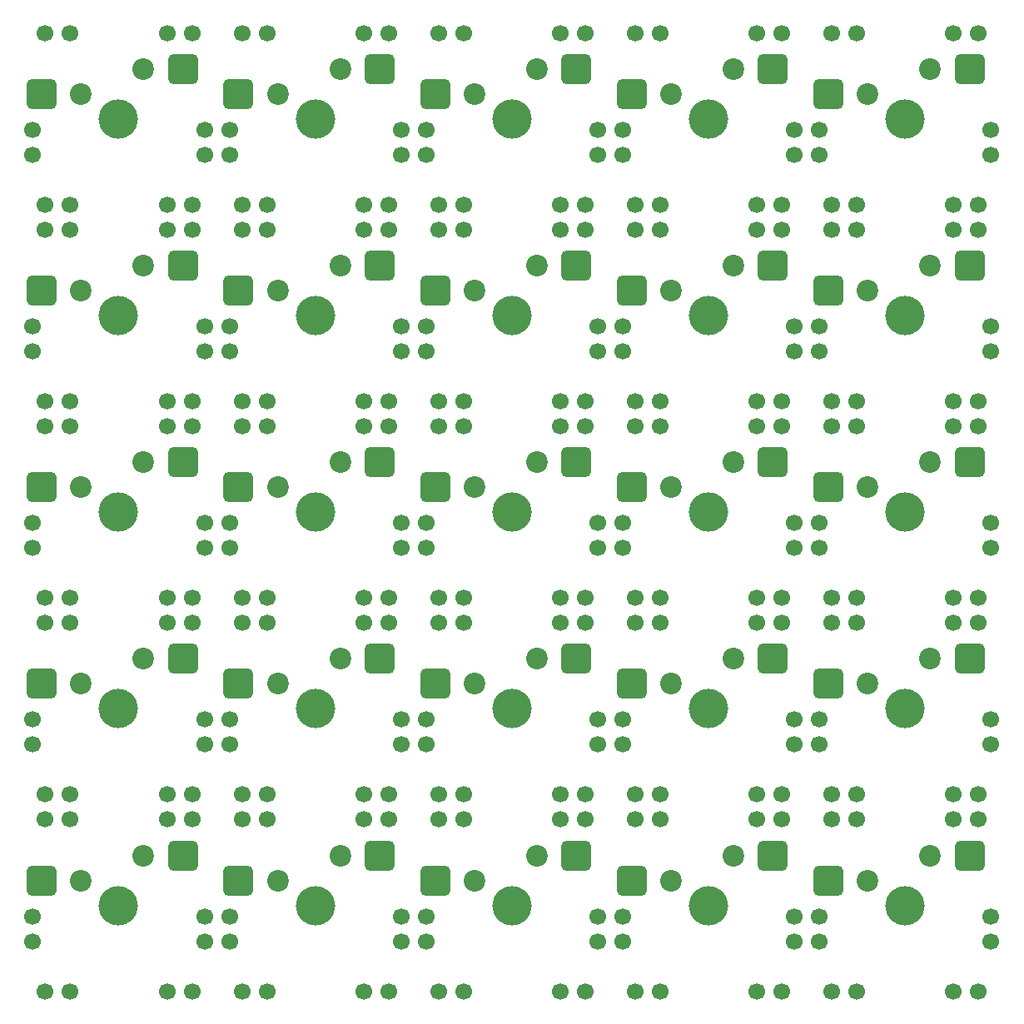
<source format=gbr>
%TF.GenerationSoftware,KiCad,Pcbnew,9.0.0*%
%TF.CreationDate,2025-05-01T22:13:03+08:00*%
%TF.ProjectId,kbd5x5,6b626435-7835-42e6-9b69-6361645f7063,rev?*%
%TF.SameCoordinates,Original*%
%TF.FileFunction,Soldermask,Bot*%
%TF.FilePolarity,Negative*%
%FSLAX46Y46*%
G04 Gerber Fmt 4.6, Leading zero omitted, Abs format (unit mm)*
G04 Created by KiCad (PCBNEW 9.0.0) date 2025-05-01 22:13:03*
%MOMM*%
%LPD*%
G01*
G04 APERTURE LIST*
G04 Aperture macros list*
%AMRoundRect*
0 Rectangle with rounded corners*
0 $1 Rounding radius*
0 $2 $3 $4 $5 $6 $7 $8 $9 X,Y pos of 4 corners*
0 Add a 4 corners polygon primitive as box body*
4,1,4,$2,$3,$4,$5,$6,$7,$8,$9,$2,$3,0*
0 Add four circle primitives for the rounded corners*
1,1,$1+$1,$2,$3*
1,1,$1+$1,$4,$5*
1,1,$1+$1,$6,$7*
1,1,$1+$1,$8,$9*
0 Add four rect primitives between the rounded corners*
20,1,$1+$1,$2,$3,$4,$5,0*
20,1,$1+$1,$4,$5,$6,$7,0*
20,1,$1+$1,$6,$7,$8,$9,0*
20,1,$1+$1,$8,$9,$2,$3,0*%
G04 Aperture macros list end*
%ADD10C,4.000000*%
%ADD11C,1.700000*%
%ADD12RoundRect,0.450000X-1.050000X-1.050000X1.050000X-1.050000X1.050000X1.050000X-1.050000X1.050000X0*%
%ADD13C,2.200000*%
G04 APERTURE END LIST*
D10*
%TO.C,SW1*%
X40000000Y-40000000D03*
D11*
X31270000Y-41110000D03*
D12*
X32190000Y-37460000D03*
D13*
X36190000Y-37460000D03*
D11*
X48730000Y-41110000D03*
D13*
X42540000Y-34920000D03*
D12*
X46540000Y-34920000D03*
D11*
X47460000Y-31270000D03*
X47460000Y-48730000D03*
X31270000Y-43650000D03*
X48730000Y-43650000D03*
X35080000Y-31270000D03*
X35080000Y-48730000D03*
X44920000Y-31270000D03*
X44920000Y-48730000D03*
X32540000Y-31270000D03*
X32540000Y-48730000D03*
%TD*%
D10*
%TO.C,SW22*%
X120000000Y-60000000D03*
D11*
X111270000Y-61110000D03*
D12*
X112190000Y-57460000D03*
D13*
X116190000Y-57460000D03*
D11*
X128730000Y-61110000D03*
D13*
X122540000Y-54920000D03*
D12*
X126540000Y-54920000D03*
D11*
X127460000Y-51270000D03*
X127460000Y-68730000D03*
X111270000Y-63650000D03*
X128730000Y-63650000D03*
X115080000Y-51270000D03*
X115080000Y-68730000D03*
X124920000Y-51270000D03*
X124920000Y-68730000D03*
X112540000Y-51270000D03*
X112540000Y-68730000D03*
%TD*%
D10*
%TO.C,SW17*%
X100000000Y-60000000D03*
D11*
X91270000Y-61110000D03*
D12*
X92190000Y-57460000D03*
D13*
X96190000Y-57460000D03*
D11*
X108730000Y-61110000D03*
D13*
X102540000Y-54920000D03*
D12*
X106540000Y-54920000D03*
D11*
X107460000Y-51270000D03*
X107460000Y-68730000D03*
X91270000Y-63650000D03*
X108730000Y-63650000D03*
X95080000Y-51270000D03*
X95080000Y-68730000D03*
X104920000Y-51270000D03*
X104920000Y-68730000D03*
X92540000Y-51270000D03*
X92540000Y-68730000D03*
%TD*%
D10*
%TO.C,SW18*%
X100000000Y-80000000D03*
D11*
X91270000Y-81110000D03*
D12*
X92190000Y-77460000D03*
D13*
X96190000Y-77460000D03*
D11*
X108730000Y-81110000D03*
D13*
X102540000Y-74920000D03*
D12*
X106540000Y-74920000D03*
D11*
X107460000Y-71270000D03*
X107460000Y-88730000D03*
X91270000Y-83650000D03*
X108730000Y-83650000D03*
X95080000Y-71270000D03*
X95080000Y-88730000D03*
X104920000Y-71270000D03*
X104920000Y-88730000D03*
X92540000Y-71270000D03*
X92540000Y-88730000D03*
%TD*%
D10*
%TO.C,SW16*%
X100000000Y-40000000D03*
D11*
X91270000Y-41110000D03*
D12*
X92190000Y-37460000D03*
D13*
X96190000Y-37460000D03*
D11*
X108730000Y-41110000D03*
D13*
X102540000Y-34920000D03*
D12*
X106540000Y-34920000D03*
D11*
X107460000Y-31270000D03*
X107460000Y-48730000D03*
X91270000Y-43650000D03*
X108730000Y-43650000D03*
X95080000Y-31270000D03*
X95080000Y-48730000D03*
X104920000Y-31270000D03*
X104920000Y-48730000D03*
X92540000Y-31270000D03*
X92540000Y-48730000D03*
%TD*%
D10*
%TO.C,SW25*%
X120000000Y-120000000D03*
D11*
X111270000Y-121110000D03*
D12*
X112190000Y-117460000D03*
D13*
X116190000Y-117460000D03*
D11*
X128730000Y-121110000D03*
D13*
X122540000Y-114920000D03*
D12*
X126540000Y-114920000D03*
D11*
X127460000Y-111270000D03*
X127460000Y-128730000D03*
X111270000Y-123650000D03*
X128730000Y-123650000D03*
X115080000Y-111270000D03*
X115080000Y-128730000D03*
X124920000Y-111270000D03*
X124920000Y-128730000D03*
X112540000Y-111270000D03*
X112540000Y-128730000D03*
%TD*%
D10*
%TO.C,SW4*%
X40000000Y-100000000D03*
D11*
X31270000Y-101110000D03*
D12*
X32190000Y-97460000D03*
D13*
X36190000Y-97460000D03*
D11*
X48730000Y-101110000D03*
D13*
X42540000Y-94920000D03*
D12*
X46540000Y-94920000D03*
D11*
X47460000Y-91270000D03*
X47460000Y-108730000D03*
X31270000Y-103650000D03*
X48730000Y-103650000D03*
X35080000Y-91270000D03*
X35080000Y-108730000D03*
X44920000Y-91270000D03*
X44920000Y-108730000D03*
X32540000Y-91270000D03*
X32540000Y-108730000D03*
%TD*%
D10*
%TO.C,SW23*%
X120000000Y-80000000D03*
D11*
X111270000Y-81110000D03*
D12*
X112190000Y-77460000D03*
D13*
X116190000Y-77460000D03*
D11*
X128730000Y-81110000D03*
D13*
X122540000Y-74920000D03*
D12*
X126540000Y-74920000D03*
D11*
X127460000Y-71270000D03*
X127460000Y-88730000D03*
X111270000Y-83650000D03*
X128730000Y-83650000D03*
X115080000Y-71270000D03*
X115080000Y-88730000D03*
X124920000Y-71270000D03*
X124920000Y-88730000D03*
X112540000Y-71270000D03*
X112540000Y-88730000D03*
%TD*%
D10*
%TO.C,SW12*%
X80000000Y-60000000D03*
D11*
X71270000Y-61110000D03*
D12*
X72190000Y-57460000D03*
D13*
X76190000Y-57460000D03*
D11*
X88730000Y-61110000D03*
D13*
X82540000Y-54920000D03*
D12*
X86540000Y-54920000D03*
D11*
X87460000Y-51270000D03*
X87460000Y-68730000D03*
X71270000Y-63650000D03*
X88730000Y-63650000D03*
X75080000Y-51270000D03*
X75080000Y-68730000D03*
X84920000Y-51270000D03*
X84920000Y-68730000D03*
X72540000Y-51270000D03*
X72540000Y-68730000D03*
%TD*%
D10*
%TO.C,SW5*%
X40000000Y-120000000D03*
D11*
X31270000Y-121110000D03*
D12*
X32190000Y-117460000D03*
D13*
X36190000Y-117460000D03*
D11*
X48730000Y-121110000D03*
D13*
X42540000Y-114920000D03*
D12*
X46540000Y-114920000D03*
D11*
X47460000Y-111270000D03*
X47460000Y-128730000D03*
X31270000Y-123650000D03*
X48730000Y-123650000D03*
X35080000Y-111270000D03*
X35080000Y-128730000D03*
X44920000Y-111270000D03*
X44920000Y-128730000D03*
X32540000Y-111270000D03*
X32540000Y-128730000D03*
%TD*%
D10*
%TO.C,SW10*%
X60000000Y-120000000D03*
D11*
X51270000Y-121110000D03*
D12*
X52190000Y-117460000D03*
D13*
X56190000Y-117460000D03*
D11*
X68730000Y-121110000D03*
D13*
X62540000Y-114920000D03*
D12*
X66540000Y-114920000D03*
D11*
X67460000Y-111270000D03*
X67460000Y-128730000D03*
X51270000Y-123650000D03*
X68730000Y-123650000D03*
X55080000Y-111270000D03*
X55080000Y-128730000D03*
X64920000Y-111270000D03*
X64920000Y-128730000D03*
X52540000Y-111270000D03*
X52540000Y-128730000D03*
%TD*%
D10*
%TO.C,SW15*%
X80000000Y-120000000D03*
D11*
X71270000Y-121110000D03*
D12*
X72190000Y-117460000D03*
D13*
X76190000Y-117460000D03*
D11*
X88730000Y-121110000D03*
D13*
X82540000Y-114920000D03*
D12*
X86540000Y-114920000D03*
D11*
X87460000Y-111270000D03*
X87460000Y-128730000D03*
X71270000Y-123650000D03*
X88730000Y-123650000D03*
X75080000Y-111270000D03*
X75080000Y-128730000D03*
X84920000Y-111270000D03*
X84920000Y-128730000D03*
X72540000Y-111270000D03*
X72540000Y-128730000D03*
%TD*%
D10*
%TO.C,SW7*%
X60000000Y-60000000D03*
D11*
X51270000Y-61110000D03*
D12*
X52190000Y-57460000D03*
D13*
X56190000Y-57460000D03*
D11*
X68730000Y-61110000D03*
D13*
X62540000Y-54920000D03*
D12*
X66540000Y-54920000D03*
D11*
X67460000Y-51270000D03*
X67460000Y-68730000D03*
X51270000Y-63650000D03*
X68730000Y-63650000D03*
X55080000Y-51270000D03*
X55080000Y-68730000D03*
X64920000Y-51270000D03*
X64920000Y-68730000D03*
X52540000Y-51270000D03*
X52540000Y-68730000D03*
%TD*%
D10*
%TO.C,SW3*%
X40000000Y-80000000D03*
D11*
X31270000Y-81110000D03*
D12*
X32190000Y-77460000D03*
D13*
X36190000Y-77460000D03*
D11*
X48730000Y-81110000D03*
D13*
X42540000Y-74920000D03*
D12*
X46540000Y-74920000D03*
D11*
X47460000Y-71270000D03*
X47460000Y-88730000D03*
X31270000Y-83650000D03*
X48730000Y-83650000D03*
X35080000Y-71270000D03*
X35080000Y-88730000D03*
X44920000Y-71270000D03*
X44920000Y-88730000D03*
X32540000Y-71270000D03*
X32540000Y-88730000D03*
%TD*%
D10*
%TO.C,SW11*%
X80000000Y-40000000D03*
D11*
X71270000Y-41110000D03*
D12*
X72190000Y-37460000D03*
D13*
X76190000Y-37460000D03*
D11*
X88730000Y-41110000D03*
D13*
X82540000Y-34920000D03*
D12*
X86540000Y-34920000D03*
D11*
X87460000Y-31270000D03*
X87460000Y-48730000D03*
X71270000Y-43650000D03*
X88730000Y-43650000D03*
X75080000Y-31270000D03*
X75080000Y-48730000D03*
X84920000Y-31270000D03*
X84920000Y-48730000D03*
X72540000Y-31270000D03*
X72540000Y-48730000D03*
%TD*%
D10*
%TO.C,SW20*%
X100000000Y-120000000D03*
D11*
X91270000Y-121110000D03*
D12*
X92190000Y-117460000D03*
D13*
X96190000Y-117460000D03*
D11*
X108730000Y-121110000D03*
D13*
X102540000Y-114920000D03*
D12*
X106540000Y-114920000D03*
D11*
X107460000Y-111270000D03*
X107460000Y-128730000D03*
X91270000Y-123650000D03*
X108730000Y-123650000D03*
X95080000Y-111270000D03*
X95080000Y-128730000D03*
X104920000Y-111270000D03*
X104920000Y-128730000D03*
X92540000Y-111270000D03*
X92540000Y-128730000D03*
%TD*%
D10*
%TO.C,SW21*%
X120000000Y-40000000D03*
D11*
X111270000Y-41110000D03*
D12*
X112190000Y-37460000D03*
D13*
X116190000Y-37460000D03*
D11*
X128730000Y-41110000D03*
D13*
X122540000Y-34920000D03*
D12*
X126540000Y-34920000D03*
D11*
X127460000Y-31270000D03*
X127460000Y-48730000D03*
X111270000Y-43650000D03*
X128730000Y-43650000D03*
X115080000Y-31270000D03*
X115080000Y-48730000D03*
X124920000Y-31270000D03*
X124920000Y-48730000D03*
X112540000Y-31270000D03*
X112540000Y-48730000D03*
%TD*%
D10*
%TO.C,SW2*%
X40000000Y-60000000D03*
D11*
X31270000Y-61110000D03*
D12*
X32190000Y-57460000D03*
D13*
X36190000Y-57460000D03*
D11*
X48730000Y-61110000D03*
D13*
X42540000Y-54920000D03*
D12*
X46540000Y-54920000D03*
D11*
X47460000Y-51270000D03*
X47460000Y-68730000D03*
X31270000Y-63650000D03*
X48730000Y-63650000D03*
X35080000Y-51270000D03*
X35080000Y-68730000D03*
X44920000Y-51270000D03*
X44920000Y-68730000D03*
X32540000Y-51270000D03*
X32540000Y-68730000D03*
%TD*%
D10*
%TO.C,SW6*%
X60000000Y-40000000D03*
D11*
X51270000Y-41110000D03*
D12*
X52190000Y-37460000D03*
D13*
X56190000Y-37460000D03*
D11*
X68730000Y-41110000D03*
D13*
X62540000Y-34920000D03*
D12*
X66540000Y-34920000D03*
D11*
X67460000Y-31270000D03*
X67460000Y-48730000D03*
X51270000Y-43650000D03*
X68730000Y-43650000D03*
X55080000Y-31270000D03*
X55080000Y-48730000D03*
X64920000Y-31270000D03*
X64920000Y-48730000D03*
X52540000Y-31270000D03*
X52540000Y-48730000D03*
%TD*%
D10*
%TO.C,SW9*%
X60000000Y-100000000D03*
D11*
X51270000Y-101110000D03*
D12*
X52190000Y-97460000D03*
D13*
X56190000Y-97460000D03*
D11*
X68730000Y-101110000D03*
D13*
X62540000Y-94920000D03*
D12*
X66540000Y-94920000D03*
D11*
X67460000Y-91270000D03*
X67460000Y-108730000D03*
X51270000Y-103650000D03*
X68730000Y-103650000D03*
X55080000Y-91270000D03*
X55080000Y-108730000D03*
X64920000Y-91270000D03*
X64920000Y-108730000D03*
X52540000Y-91270000D03*
X52540000Y-108730000D03*
%TD*%
D10*
%TO.C,SW13*%
X80000000Y-80000000D03*
D11*
X71270000Y-81110000D03*
D12*
X72190000Y-77460000D03*
D13*
X76190000Y-77460000D03*
D11*
X88730000Y-81110000D03*
D13*
X82540000Y-74920000D03*
D12*
X86540000Y-74920000D03*
D11*
X87460000Y-71270000D03*
X87460000Y-88730000D03*
X71270000Y-83650000D03*
X88730000Y-83650000D03*
X75080000Y-71270000D03*
X75080000Y-88730000D03*
X84920000Y-71270000D03*
X84920000Y-88730000D03*
X72540000Y-71270000D03*
X72540000Y-88730000D03*
%TD*%
D10*
%TO.C,SW14*%
X80000000Y-100000000D03*
D11*
X71270000Y-101110000D03*
D12*
X72190000Y-97460000D03*
D13*
X76190000Y-97460000D03*
D11*
X88730000Y-101110000D03*
D13*
X82540000Y-94920000D03*
D12*
X86540000Y-94920000D03*
D11*
X87460000Y-91270000D03*
X87460000Y-108730000D03*
X71270000Y-103650000D03*
X88730000Y-103650000D03*
X75080000Y-91270000D03*
X75080000Y-108730000D03*
X84920000Y-91270000D03*
X84920000Y-108730000D03*
X72540000Y-91270000D03*
X72540000Y-108730000D03*
%TD*%
D10*
%TO.C,SW19*%
X100000000Y-100000000D03*
D11*
X91270000Y-101110000D03*
D12*
X92190000Y-97460000D03*
D13*
X96190000Y-97460000D03*
D11*
X108730000Y-101110000D03*
D13*
X102540000Y-94920000D03*
D12*
X106540000Y-94920000D03*
D11*
X107460000Y-91270000D03*
X107460000Y-108730000D03*
X91270000Y-103650000D03*
X108730000Y-103650000D03*
X95080000Y-91270000D03*
X95080000Y-108730000D03*
X104920000Y-91270000D03*
X104920000Y-108730000D03*
X92540000Y-91270000D03*
X92540000Y-108730000D03*
%TD*%
D10*
%TO.C,SW24*%
X120000000Y-100000000D03*
D11*
X111270000Y-101110000D03*
D12*
X112190000Y-97460000D03*
D13*
X116190000Y-97460000D03*
D11*
X128730000Y-101110000D03*
D13*
X122540000Y-94920000D03*
D12*
X126540000Y-94920000D03*
D11*
X127460000Y-91270000D03*
X127460000Y-108730000D03*
X111270000Y-103650000D03*
X128730000Y-103650000D03*
X115080000Y-91270000D03*
X115080000Y-108730000D03*
X124920000Y-91270000D03*
X124920000Y-108730000D03*
X112540000Y-91270000D03*
X112540000Y-108730000D03*
%TD*%
D10*
%TO.C,SW8*%
X60000000Y-80000000D03*
D11*
X51270000Y-81110000D03*
D12*
X52190000Y-77460000D03*
D13*
X56190000Y-77460000D03*
D11*
X68730000Y-81110000D03*
D13*
X62540000Y-74920000D03*
D12*
X66540000Y-74920000D03*
D11*
X67460000Y-71270000D03*
X67460000Y-88730000D03*
X51270000Y-83650000D03*
X68730000Y-83650000D03*
X55080000Y-71270000D03*
X55080000Y-88730000D03*
X64920000Y-71270000D03*
X64920000Y-88730000D03*
X52540000Y-71270000D03*
X52540000Y-88730000D03*
%TD*%
M02*

</source>
